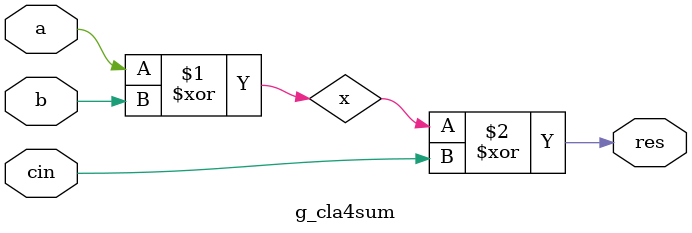
<source format=v>
module g_cla4sum(a,b,cin,res);
    input a,b,cin;
    output res;

    wire x;
    xor(x,a,b);
    xor(res,x,cin);
endmodule

</source>
